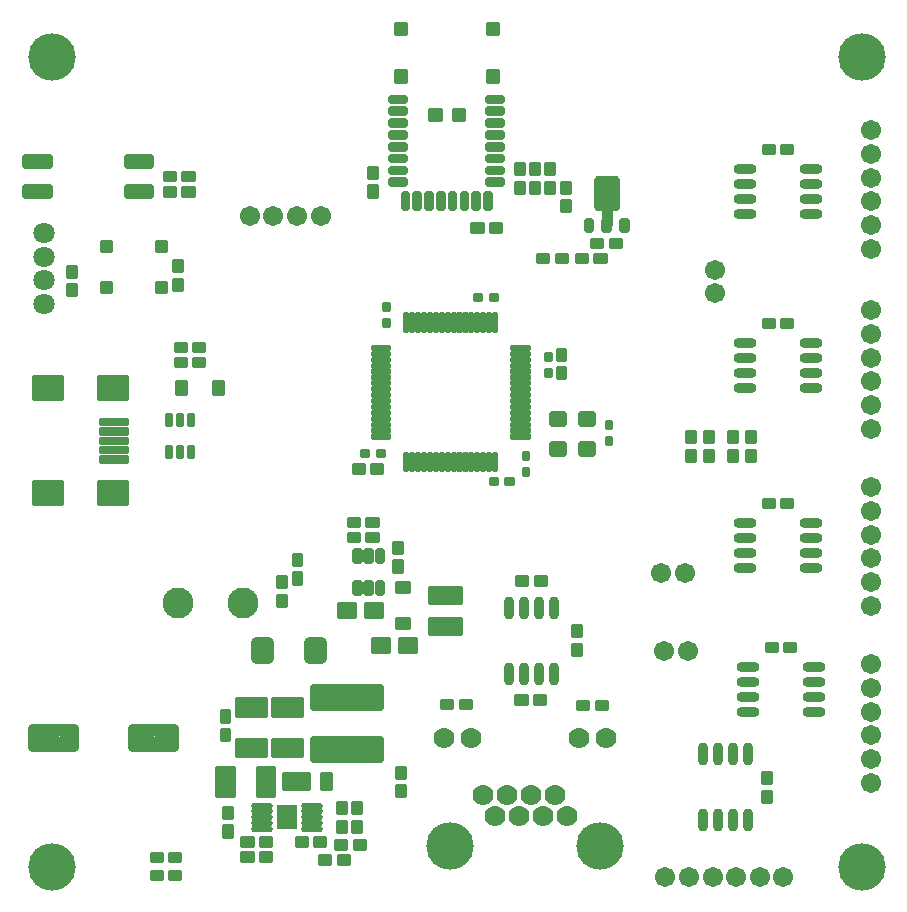
<source format=gts>
*
*
G04 PADS 9.3.1 Build Number: 456998 generated Gerber (RS-274-X) file*
G04 PC Version=2.1*
*
%IN "accumulatron_rev1.pcb"*%
*
%MOIN*%
*
%FSLAX35Y35*%
*
*
*
*
G04 PC Standard Apertures*
*
*
G04 Thermal Relief Aperture macro.*
%AMTER*
1,1,$1,0,0*
1,0,$1-$2,0,0*
21,0,$3,$4,0,0,45*
21,0,$3,$4,0,0,135*
%
*
*
G04 Annular Aperture macro.*
%AMANN*
1,1,$1,0,0*
1,0,$2,0,0*
%
*
*
G04 Odd Aperture macro.*
%AMODD*
1,1,$1,0,0*
1,0,$1-0.005,0,0*
%
*
*
G04 PC Custom Aperture Macros*
*
*
*
*
*
*
G04 PC Aperture Table*
*
%ADD010C,0.001*%
%ADD020C,0.01*%
%ADD031C,0.016*%
%ADD032C,0.012*%
%ADD037C,0.018*%
%ADD039C,0.014*%
%ADD041C,0.028*%
%ADD046C,0.01587*%
%ADD047R,0.06981X0.08202*%
%ADD048C,0.103*%
%ADD049C,0.07099*%
%ADD050C,0.07*%
%ADD051C,0.158*%
%ADD052C,0.06706*%
%ADD053C,0.01981*%
%ADD054C,0.01666*%
%ADD055O,0.07296X0.02178*%
%ADD056C,0.01902*%
%ADD057C,0.03162*%
%ADD058O,0.0769X0.0332*%
%ADD059O,0.0332X0.0769*%
%ADD060C,0.038*%
%ADD061C,0.02257*%
%ADD062C,0.01627*%
*
*
*
*
G04 PC Circuitry*
G04 Layer Name accumulatron_rev1.pcb - circuitry*
%LPD*%
*
*
G04 PC Custom Flashes*
G04 Layer Name accumulatron_rev1.pcb - flashes*
%LPD*%
*
*
G04 PC Circuitry*
G04 Layer Name accumulatron_rev1.pcb - circuitry*
%LPD*%
*
G54D10*
G54D20*
G01X301183Y337498D02*
X298628D01*
Y328800*
X301183*
Y337498*
X299000Y328800D02*
Y337498D01*
X299500Y328800D02*
Y337498D01*
X300000Y328800D02*
Y337498D01*
X300500Y328800D02*
Y337498D01*
X301000Y328800D02*
Y337498D01*
X303743Y344013D02*
X303014Y344742D01*
X296797*
X296069Y344013*
Y334844*
X296797Y334115*
X303014*
X303743Y334844*
Y344013*
X296500Y334412D02*
Y344444D01*
X297000Y334115D02*
Y344742D01*
X297500Y334115D02*
Y344742D01*
X298000Y334115D02*
Y344742D01*
X298500Y334115D02*
Y344742D01*
X299000Y334115D02*
Y344742D01*
X299500Y334115D02*
Y344742D01*
X300000Y334115D02*
Y344742D01*
X300500Y334115D02*
Y344742D01*
X301000Y334115D02*
Y344742D01*
X301500Y334115D02*
Y344742D01*
X302000Y334115D02*
Y344742D01*
X302500Y334115D02*
Y344742D01*
X303000Y334115D02*
Y344742D01*
X303500Y334601D02*
Y344255D01*
G54D31*
X170050Y148000D02*
X175250D01*
Y138800*
X170050*
Y148000*
Y140000D02*
X175250D01*
X170050Y141600D02*
X175250D01*
X170050Y143200D02*
X175250D01*
X170050Y144800D02*
X175250D01*
X170050Y146400D02*
X175250D01*
X170050Y148000D02*
X175250D01*
X170400Y138800D02*
Y148000D01*
X172000Y138800D02*
Y148000D01*
X173600Y138800D02*
Y148000D01*
X175200Y138800D02*
Y148000D01*
X183550D02*
X188750D01*
Y138800*
X183550*
Y148000*
Y140000D02*
X188750D01*
X183550Y141600D02*
X188750D01*
X183550Y143200D02*
X188750D01*
X183550Y144800D02*
X188750D01*
X183550Y146400D02*
X188750D01*
X183550Y148000D02*
X188750D01*
X184800Y138800D02*
Y148000D01*
X186400Y138800D02*
Y148000D01*
X188000Y138800D02*
Y148000D01*
X198000Y170750D02*
Y165550D01*
X188800*
Y170750*
X198000*
X188800Y165600D02*
X198000D01*
X188800Y167200D02*
X198000D01*
X188800Y168800D02*
X198000D01*
X188800Y170400D02*
X198000D01*
X189600Y165550D02*
Y170750D01*
X191200Y165550D02*
Y170750D01*
X192800Y165550D02*
Y170750D01*
X194400Y165550D02*
Y170750D01*
X196000Y165550D02*
Y170750D01*
X197600Y165550D02*
Y170750D01*
X198000Y157250D02*
Y152050D01*
X188800*
Y157250*
X198000*
X188800Y152800D02*
X198000D01*
X188800Y154400D02*
X198000D01*
X188800Y156000D02*
X198000D01*
X189600Y152050D02*
Y157250D01*
X191200Y152050D02*
Y157250D01*
X192800Y152050D02*
Y157250D01*
X194400Y152050D02*
Y157250D01*
X196000Y152050D02*
Y157250D01*
X197600Y152050D02*
Y157250D01*
X186000Y170750D02*
Y165550D01*
X176800*
Y170750*
X186000*
X176800Y165600D02*
X186000D01*
X176800Y167200D02*
X186000D01*
X176800Y168800D02*
X186000D01*
X176800Y170400D02*
X186000D01*
X176800Y165550D02*
Y170750D01*
X178400Y165550D02*
Y170750D01*
X180000Y165550D02*
Y170750D01*
X181600Y165550D02*
Y170750D01*
X183200Y165550D02*
Y170750D01*
X184800Y165550D02*
Y170750D01*
X186000Y157250D02*
Y152050D01*
X176800*
Y157250*
X186000*
X176800Y152800D02*
X186000D01*
X176800Y154400D02*
X186000D01*
X176800Y156000D02*
X186000D01*
X176800Y152050D02*
Y157250D01*
X178400Y152050D02*
Y157250D01*
X180000Y152050D02*
Y157250D01*
X181600Y152050D02*
Y157250D01*
X183200Y152050D02*
Y157250D01*
X184800Y152050D02*
Y157250D01*
X257722Y305500D02*
Y304300D01*
X256022*
Y305500*
X257722*
X256022Y304800D02*
X257722D01*
X256800Y304300D02*
Y305500D01*
X262978D02*
Y304300D01*
X261278*
Y305500*
X262978*
X261278Y304800D02*
X262978D01*
X261600Y304300D02*
Y305500D01*
X223578Y252200D02*
Y253400D01*
X225278*
Y252200*
X223578*
X224800D02*
Y253400D01*
X218322Y252200D02*
Y253400D01*
X220022*
Y252200*
X218322*
X218400D02*
Y253400D01*
X220000Y252200D02*
Y253400D01*
X266478Y243000D02*
Y244200D01*
X268178*
Y243000*
X266478*
Y244000D02*
X268178D01*
X268000Y243000D02*
Y244200D01*
X261222Y243000D02*
Y244200D01*
X262922*
Y243000*
X261222*
Y244000D02*
X262922D01*
X261600Y243000D02*
Y244200D01*
X225800Y297222D02*
X227000D01*
Y295522*
X225800*
Y297222*
Y296800D02*
X227000D01*
X226400Y295522D02*
Y297222D01*
X225800Y302478D02*
X227000D01*
Y300778*
X225800*
Y302478*
Y301600D02*
X227000D01*
X226400Y300778D02*
Y302478D01*
X273400Y251178D02*
X272200D01*
Y252878*
X273400*
Y251178*
X272200Y252000D02*
X273400D01*
X272800Y251178D02*
Y252878D01*
X273400Y245922D02*
X272200D01*
Y247622*
X273400*
Y245922*
X272200Y247200D02*
X273400D01*
X272800Y245922D02*
Y247622D01*
X280900Y284078D02*
X279700D01*
Y285778*
X280900*
Y284078*
X279700Y285600D02*
X280900D01*
X280800Y284078D02*
Y285778D01*
X280900Y278822D02*
X279700D01*
Y280522*
X280900*
Y278822*
X279700Y279200D02*
X280900D01*
X280800Y278822D02*
Y280522D01*
X299900Y257822D02*
X301100D01*
Y256122*
X299900*
Y257822*
Y256800D02*
X301100D01*
X300000Y256122D02*
Y257822D01*
X299900Y263078D02*
X301100D01*
Y261378*
X299900*
Y263078*
Y261600D02*
X301100D01*
X300000Y261378D02*
Y263078D01*
G54D32*
X277300Y345700D02*
X274700D01*
Y349100*
X277300*
Y345700*
X274700Y346000D02*
X277300D01*
X274700Y347200D02*
X277300D01*
X274700Y348400D02*
X277300D01*
X275200Y345700D02*
Y349100D01*
X276400Y345700D02*
Y349100D01*
X277300Y339500D02*
X274700D01*
Y342900*
X277300*
Y339500*
X274700Y340000D02*
X277300D01*
X274700Y341200D02*
X277300D01*
X274700Y342400D02*
X277300D01*
X275200Y339500D02*
Y342900D01*
X276400Y339500D02*
Y342900D01*
X272200Y345700D02*
X269600D01*
Y349100*
X272200*
Y345700*
X269600Y346000D02*
X272200D01*
X269600Y347200D02*
X272200D01*
X269600Y348400D02*
X272200D01*
X270400Y345700D02*
Y349100D01*
X271600Y345700D02*
Y349100D01*
X272200Y339500D02*
X269600D01*
Y342900*
X272200*
Y339500*
X269600Y340000D02*
X272200D01*
X269600Y341200D02*
X272200D01*
X269600Y342400D02*
X272200D01*
X270400Y339500D02*
Y342900D01*
X271600Y339500D02*
Y342900D01*
X258500Y329200D02*
Y326600D01*
X255100*
Y329200*
X258500*
X255100Y326800D02*
X258500D01*
X255100Y328000D02*
X258500D01*
X255100Y329200D02*
X258500D01*
X256000Y326600D02*
Y329200D01*
X257200Y326600D02*
Y329200D01*
X258400Y326600D02*
Y329200D01*
X264700D02*
Y326600D01*
X261300*
Y329200*
X264700*
X261300Y326800D02*
X264700D01*
X261300Y328000D02*
X264700D01*
X261300Y329200D02*
X264700D01*
X262000Y326600D02*
Y329200D01*
X263200Y326600D02*
Y329200D01*
X264400Y326600D02*
Y329200D01*
X223300Y344500D02*
X220700D01*
Y347900*
X223300*
Y344500*
X220700Y344800D02*
X223300D01*
X220700Y346000D02*
X223300D01*
X220700Y347200D02*
X223300D01*
X221200Y344500D02*
Y347900D01*
X222400Y344500D02*
Y347900D01*
X223300Y338300D02*
X220700D01*
Y341700*
X223300*
Y338300*
X220700Y338800D02*
X223300D01*
X220700Y340000D02*
X223300D01*
X220700Y341200D02*
X223300D01*
X221200Y338300D02*
Y341700D01*
X222400Y338300D02*
Y341700D01*
X282400Y345700D02*
X279800D01*
Y349100*
X282400*
Y345700*
X279800Y346000D02*
X282400D01*
X279800Y347200D02*
X282400D01*
X279800Y348400D02*
X282400D01*
X280000Y345700D02*
Y349100D01*
X281200Y345700D02*
Y349100D01*
X282400Y345700D02*
Y349100D01*
Y339500D02*
X279800D01*
Y342900*
X282400*
Y339500*
X279800Y340000D02*
X282400D01*
X279800Y341200D02*
X282400D01*
X279800Y342400D02*
X282400D01*
X280000Y339500D02*
Y342900D01*
X281200Y339500D02*
Y342900D01*
X282400Y339500D02*
Y342900D01*
X221700Y246300D02*
Y248900D01*
X225100*
Y246300*
X221700*
Y246400D02*
X225100D01*
X221700Y247600D02*
X225100D01*
X221700Y248800D02*
X225100D01*
X222400Y246300D02*
Y248900D01*
X223600Y246300D02*
Y248900D01*
X224800Y246300D02*
Y248900D01*
X215500Y246300D02*
Y248900D01*
X218900*
Y246300*
X215500*
Y246400D02*
X218900D01*
X215500Y247600D02*
X218900D01*
X215500Y248800D02*
X218900D01*
X216400Y246300D02*
Y248900D01*
X217600Y246300D02*
Y248900D01*
X218800Y246300D02*
Y248900D01*
X286100Y283900D02*
X283500D01*
Y287300*
X286100*
Y283900*
X283500Y284800D02*
X286100D01*
X283500Y286000D02*
X286100D01*
X283500Y287200D02*
X286100D01*
X283600Y283900D02*
Y287300D01*
X284800Y283900D02*
Y287300D01*
X286000Y283900D02*
Y287300D01*
X286100Y277700D02*
X283500D01*
Y281100*
X286100*
Y277700*
X283500Y278800D02*
X286100D01*
X283500Y280000D02*
X286100D01*
X283600Y277700D02*
Y281100D01*
X284800Y277700D02*
Y281100D01*
X286000Y277700D02*
Y281100D01*
X157800Y119300D02*
Y116700D01*
X154400*
Y119300*
X157800*
X154400Y116800D02*
X157800D01*
X154400Y118000D02*
X157800D01*
X154400Y119200D02*
X157800D01*
X155200Y116700D02*
Y119300D01*
X156400Y116700D02*
Y119300D01*
X157600Y116700D02*
Y119300D01*
X151600D02*
Y116700D01*
X148200*
Y119300*
X151600*
X148200Y116800D02*
X151600D01*
X148200Y118000D02*
X151600D01*
X148200Y119200D02*
X151600D01*
X149200Y116700D02*
Y119300D01*
X150400Y116700D02*
Y119300D01*
X151600Y116700D02*
Y119300D01*
X340700Y259800D02*
X343300D01*
Y256400*
X340700*
Y259800*
Y257200D02*
X343300D01*
X340700Y258400D02*
X343300D01*
X340700Y259600D02*
X343300D01*
X341200Y256400D02*
Y259800D01*
X342400Y256400D02*
Y259800D01*
X340700Y253600D02*
X343300D01*
Y250200*
X340700*
Y253600*
Y251200D02*
X343300D01*
X340700Y252400D02*
X343300D01*
X340700Y253600D02*
X343300D01*
X341200Y250200D02*
Y253600D01*
X342400Y250200D02*
Y253600D01*
X332700Y259800D02*
X335300D01*
Y256400*
X332700*
Y259800*
Y257200D02*
X335300D01*
X332700Y258400D02*
X335300D01*
X332700Y259600D02*
X335300D01*
X332800Y256400D02*
Y259800D01*
X334000Y256400D02*
Y259800D01*
X335200Y256400D02*
Y259800D01*
X332700Y253600D02*
X335300D01*
Y250200*
X332700*
Y253600*
Y251200D02*
X335300D01*
X332700Y252400D02*
X335300D01*
X332700Y253600D02*
X335300D01*
X332800Y250200D02*
Y253600D01*
X334000Y250200D02*
Y253600D01*
X335200Y250200D02*
Y253600D01*
X210600Y115900D02*
Y118500D01*
X214000*
Y115900*
X210600*
Y116800D02*
X214000D01*
X210600Y118000D02*
X214000D01*
X211600Y115900D02*
Y118500D01*
X212800Y115900D02*
Y118500D01*
X214000Y115900D02*
Y118500D01*
X204400Y115900D02*
Y118500D01*
X207800*
Y115900*
X204400*
Y116800D02*
X207800D01*
X204400Y118000D02*
X207800D01*
X204400Y115900D02*
Y118500D01*
X205600Y115900D02*
Y118500D01*
X206800Y115900D02*
Y118500D01*
X202693Y121785D02*
Y124385D01*
X206093*
Y121785*
X202693*
Y122800D02*
X206093D01*
X202693Y124000D02*
X206093D01*
X203200Y121785D02*
Y124385D01*
X204400Y121785D02*
Y124385D01*
X205600Y121785D02*
Y124385D01*
X196493Y121785D02*
Y124385D01*
X199893*
Y121785*
X196493*
Y122800D02*
X199893D01*
X196493Y124000D02*
X199893D01*
X197200Y121785D02*
Y124385D01*
X198400Y121785D02*
Y124385D01*
X199600Y121785D02*
Y124385D01*
X174100Y163300D02*
X171500D01*
Y166700*
X174100*
Y163300*
X171500Y163600D02*
X174100D01*
X171500Y164800D02*
X174100D01*
X171500Y166000D02*
X174100D01*
X172000Y163300D02*
Y166700D01*
X173200Y163300D02*
Y166700D01*
X174100Y157100D02*
X171500D01*
Y160500*
X174100*
Y157100*
X171500Y157600D02*
X174100D01*
X171500Y158800D02*
X174100D01*
X171500Y160000D02*
X174100D01*
X172000Y157100D02*
Y160500D01*
X173200Y157100D02*
Y160500D01*
X181846Y119359D02*
Y116759D01*
X178446*
Y119359*
X181846*
X178446Y116800D02*
X181846D01*
X178446Y118000D02*
X181846D01*
X178446Y119200D02*
X181846D01*
X179200Y116759D02*
Y119359D01*
X180400Y116759D02*
Y119359D01*
X181600Y116759D02*
Y119359D01*
X188046D02*
Y116759D01*
X184646*
Y119359*
X188046*
X184646Y116800D02*
X188046D01*
X184646Y118000D02*
X188046D01*
X184646Y119200D02*
X188046D01*
X185200Y116759D02*
Y119359D01*
X186400Y116759D02*
Y119359D01*
X187600Y116759D02*
Y119359D01*
X181846Y124474D02*
Y121874D01*
X178446*
Y124474*
X181846*
X178446Y122800D02*
X181846D01*
X178446Y124000D02*
X181846D01*
X179200Y121874D02*
Y124474D01*
X180400Y121874D02*
Y124474D01*
X181600Y121874D02*
Y124474D01*
X188046D02*
Y121874D01*
X184646*
Y124474*
X188046*
X184646Y122800D02*
X188046D01*
X184646Y124000D02*
X188046D01*
X185200Y121874D02*
Y124474D01*
X186400Y121874D02*
Y124474D01*
X187600Y121874D02*
Y124474D01*
X213143Y123584D02*
Y120984D01*
X209743*
Y123584*
X213143*
X209743Y121600D02*
X213143D01*
X209743Y122800D02*
X213143D01*
X210400Y120984D02*
Y123584D01*
X211600Y120984D02*
Y123584D01*
X212800Y120984D02*
Y123584D01*
X219343D02*
Y120984D01*
X215943*
Y123584*
X219343*
X215943Y121600D02*
X219343D01*
X215943Y122800D02*
X219343D01*
X216400Y120984D02*
Y123584D01*
X217600Y120984D02*
Y123584D01*
X218800Y120984D02*
Y123584D01*
X210343Y129984D02*
X212943D01*
Y126584*
X210343*
Y129984*
Y127600D02*
X212943D01*
X210343Y128800D02*
X212943D01*
X210400Y126584D02*
Y129984D01*
X211600Y126584D02*
Y129984D01*
X212800Y126584D02*
Y129984D01*
X210343Y136184D02*
X212943D01*
Y132784*
X210343*
Y136184*
Y133600D02*
X212943D01*
X210343Y134800D02*
X212943D01*
X210343Y136000D02*
X212943D01*
X210400Y132784D02*
Y136184D01*
X211600Y132784D02*
Y136184D01*
X212800Y132784D02*
Y136184D01*
X215343Y129984D02*
X217943D01*
Y126584*
X215343*
Y129984*
Y127600D02*
X217943D01*
X215343Y128800D02*
X217943D01*
X216400Y126584D02*
Y129984D01*
X217600Y126584D02*
Y129984D01*
X215343Y136184D02*
X217943D01*
Y132784*
X215343*
Y136184*
Y133600D02*
X217943D01*
X215343Y134800D02*
X217943D01*
X215343Y136000D02*
X217943D01*
X216400Y132784D02*
Y136184D01*
X217600Y132784D02*
Y136184D01*
X175059Y131160D02*
X172459D01*
Y134560*
X175059*
Y131160*
X172459Y131200D02*
X175059D01*
X172459Y132400D02*
X175059D01*
X172459Y133600D02*
X175059D01*
X173200Y131160D02*
Y134560D01*
X174400Y131160D02*
Y134560D01*
X175059Y124960D02*
X172459D01*
Y128360*
X175059*
Y124960*
X172459Y125200D02*
X175059D01*
X172459Y126400D02*
X175059D01*
X172459Y127600D02*
X175059D01*
X173200Y124960D02*
Y128360D01*
X174400Y124960D02*
Y128360D01*
X273400Y211400D02*
Y208800D01*
X270000*
Y211400*
X273400*
X270000Y209200D02*
X273400D01*
X270000Y210400D02*
X273400D01*
X270400Y208800D02*
Y211400D01*
X271600Y208800D02*
Y211400D01*
X272800Y208800D02*
Y211400D01*
X279600D02*
Y208800D01*
X276200*
Y211400*
X279600*
X276200Y209200D02*
X279600D01*
X276200Y210400D02*
X279600D01*
X276400Y208800D02*
Y211400D01*
X277600Y208800D02*
Y211400D01*
X278800Y208800D02*
Y211400D01*
X151600Y113300D02*
Y110700D01*
X148200*
Y113300*
X151600*
X148200Y110800D02*
X151600D01*
X148200Y112000D02*
X151600D01*
X148200Y113200D02*
X151600D01*
X149200Y110700D02*
Y113300D01*
X150400Y110700D02*
Y113300D01*
X151600Y110700D02*
Y113300D01*
X157800D02*
Y110700D01*
X154400*
Y113300*
X157800*
X154400Y110800D02*
X157800D01*
X154400Y112000D02*
X157800D01*
X154400Y113200D02*
X157800D01*
X155200Y110700D02*
Y113300D01*
X156400Y110700D02*
Y113300D01*
X157600Y110700D02*
Y113300D01*
X287600Y339600D02*
X285000D01*
Y343000*
X287600*
Y339600*
X285000Y340000D02*
X287600D01*
X285000Y341200D02*
X287600D01*
X285000Y342400D02*
X287600D01*
X286000Y339600D02*
Y343000D01*
X287200Y339600D02*
Y343000D01*
X287600Y333400D02*
X285000D01*
Y336800*
X287600*
Y333400*
X285000Y334000D02*
X287600D01*
X285000Y335200D02*
X287600D01*
X285000Y336400D02*
X287600D01*
X286000Y333400D02*
Y336800D01*
X287200Y333400D02*
Y336800D01*
X301200Y321400D02*
Y324000D01*
X304600*
Y321400*
X301200*
Y322000D02*
X304600D01*
X301200Y323200D02*
X304600D01*
X301600Y321400D02*
Y324000D01*
X302800Y321400D02*
Y324000D01*
X304000Y321400D02*
Y324000D01*
X295000Y321400D02*
Y324000D01*
X298400*
Y321400*
X295000*
Y322000D02*
X298400D01*
X295000Y323200D02*
X298400D01*
X295600Y321400D02*
Y324000D01*
X296800Y321400D02*
Y324000D01*
X298000Y321400D02*
Y324000D01*
X280400Y319000D02*
Y316400D01*
X277000*
Y319000*
X280400*
X277000Y317200D02*
X280400D01*
X277000Y318400D02*
X280400D01*
X277600Y316400D02*
Y319000D01*
X278800Y316400D02*
Y319000D01*
X280000Y316400D02*
Y319000D01*
X286600D02*
Y316400D01*
X283200*
Y319000*
X286600*
X283200Y317200D02*
X286600D01*
X283200Y318400D02*
X286600D01*
X283600Y316400D02*
Y319000D01*
X284800Y316400D02*
Y319000D01*
X286000Y316400D02*
Y319000D01*
X293300D02*
Y316400D01*
X289900*
Y319000*
X293300*
X289900Y317200D02*
X293300D01*
X289900Y318400D02*
X293300D01*
X290800Y316400D02*
Y319000D01*
X292000Y316400D02*
Y319000D01*
X293200Y316400D02*
Y319000D01*
X299500D02*
Y316400D01*
X296100*
Y319000*
X299500*
X296100Y317200D02*
X299500D01*
X296100Y318400D02*
X299500D01*
X296800Y316400D02*
Y319000D01*
X298000Y316400D02*
Y319000D01*
X299200Y316400D02*
Y319000D01*
X158400Y313400D02*
X155800D01*
Y316800*
X158400*
Y313400*
X155800Y313600D02*
X158400D01*
X155800Y314800D02*
X158400D01*
X155800Y316000D02*
X158400D01*
X156400Y313400D02*
Y316800D01*
X157600Y313400D02*
Y316800D01*
X158400Y307200D02*
X155800D01*
Y310600*
X158400*
Y307200*
X155800Y307600D02*
X158400D01*
X155800Y308800D02*
X158400D01*
X155800Y310000D02*
X158400D01*
X156400Y307200D02*
Y310600D01*
X157600Y307200D02*
Y310600D01*
X123000Y311600D02*
X120400D01*
Y315000*
X123000*
Y311600*
X120400Y312400D02*
X123000D01*
X120400Y313600D02*
X123000D01*
X120400Y314800D02*
X123000D01*
X120400Y311600D02*
Y315000D01*
X121600Y311600D02*
Y315000D01*
X122800Y311600D02*
Y315000D01*
X123000Y305400D02*
X120400D01*
Y308800*
X123000*
Y305400*
X120400Y306400D02*
X123000D01*
X120400Y307600D02*
X123000D01*
X120400Y308800D02*
X123000D01*
X120400Y305400D02*
Y308800D01*
X121600Y305400D02*
Y308800D01*
X122800Y305400D02*
Y308800D01*
X159600Y284300D02*
Y281700D01*
X156200*
Y284300*
X159600*
X156200Y282400D02*
X159600D01*
X156200Y283600D02*
X159600D01*
X156400Y281700D02*
Y284300D01*
X157600Y281700D02*
Y284300D01*
X158800Y281700D02*
Y284300D01*
X165800D02*
Y281700D01*
X162400*
Y284300*
X165800*
X162400Y282400D02*
X165800D01*
X162400Y283600D02*
X165800D01*
X162400Y281700D02*
Y284300D01*
X163600Y281700D02*
Y284300D01*
X164800Y281700D02*
Y284300D01*
X162400Y286700D02*
Y289300D01*
X165800*
Y286700*
X162400*
Y287200D02*
X165800D01*
X162400Y288400D02*
X165800D01*
X162400Y286700D02*
Y289300D01*
X163600Y286700D02*
Y289300D01*
X164800Y286700D02*
Y289300D01*
X156200Y286700D02*
Y289300D01*
X159600*
Y286700*
X156200*
Y287200D02*
X159600D01*
X156200Y288400D02*
X159600D01*
X156400Y286700D02*
Y289300D01*
X157600Y286700D02*
Y289300D01*
X158800Y286700D02*
Y289300D01*
X190400Y205300D02*
X193000D01*
Y201900*
X190400*
Y205300*
Y202000D02*
X193000D01*
X190400Y203200D02*
X193000D01*
X190400Y204400D02*
X193000D01*
X191200Y201900D02*
Y205300D01*
X192400Y201900D02*
Y205300D01*
X190400Y211500D02*
X193000D01*
Y208100*
X190400*
Y211500*
Y209200D02*
X193000D01*
X190400Y210400D02*
X193000D01*
X191200Y208100D02*
Y211500D01*
X192400Y208100D02*
Y211500D01*
X195500Y212700D02*
X198100D01*
Y209300*
X195500*
Y212700*
Y210400D02*
X198100D01*
X195500Y211600D02*
X198100D01*
X196000Y209300D02*
Y212700D01*
X197200Y209300D02*
Y212700D01*
X195500Y218900D02*
X198100D01*
Y215500*
X195500*
Y218900*
Y216400D02*
X198100D01*
X195500Y217600D02*
X198100D01*
X195500Y218800D02*
X198100D01*
X196000Y215500D02*
Y218900D01*
X197200Y215500D02*
Y218900D01*
X346700Y253600D02*
X349300D01*
Y250200*
X346700*
Y253600*
Y251200D02*
X349300D01*
X346700Y252400D02*
X349300D01*
X346700Y253600D02*
X349300D01*
X347200Y250200D02*
Y253600D01*
X348400Y250200D02*
Y253600D01*
X346700Y259800D02*
X349300D01*
Y256400*
X346700*
Y259800*
Y257200D02*
X349300D01*
X346700Y258400D02*
X349300D01*
X346700Y259600D02*
X349300D01*
X347200Y256400D02*
Y259800D01*
X348400Y256400D02*
Y259800D01*
X326700Y253600D02*
X329300D01*
Y250200*
X326700*
Y253600*
Y251200D02*
X329300D01*
X326700Y252400D02*
X329300D01*
X326700Y253600D02*
X329300D01*
X326800Y250200D02*
Y253600D01*
X328000Y250200D02*
Y253600D01*
X329200Y250200D02*
Y253600D01*
X326700Y259800D02*
X329300D01*
Y256400*
X326700*
Y259800*
Y257200D02*
X329300D01*
X326700Y258400D02*
X329300D01*
X326700Y259600D02*
X329300D01*
X326800Y256400D02*
Y259800D01*
X328000Y256400D02*
Y259800D01*
X329200Y256400D02*
Y259800D01*
X276000Y169200D02*
Y171800D01*
X279400*
Y169200*
X276000*
Y169600D02*
X279400D01*
X276000Y170800D02*
X279400D01*
X276400Y169200D02*
Y171800D01*
X277600Y169200D02*
Y171800D01*
X278800Y169200D02*
Y171800D01*
X269800Y169200D02*
Y171800D01*
X273200*
Y169200*
X269800*
Y169600D02*
X273200D01*
X269800Y170800D02*
X273200D01*
X270400Y169200D02*
Y171800D01*
X271600Y169200D02*
Y171800D01*
X272800Y169200D02*
Y171800D01*
X232700Y144600D02*
X230100D01*
Y148000*
X232700*
Y144600*
X230100Y145600D02*
X232700D01*
X230100Y146800D02*
X232700D01*
X230100Y148000D02*
X232700D01*
X230800Y144600D02*
Y148000D01*
X232000Y144600D02*
Y148000D01*
X232700Y138400D02*
X230100D01*
Y141800*
X232700*
Y138400*
X230100D02*
X232700D01*
X230100Y139600D02*
X232700D01*
X230100Y140800D02*
X232700D01*
X230800Y138400D02*
Y141800D01*
X232000Y138400D02*
Y141800D01*
X248400Y170300D02*
Y167700D01*
X245000*
Y170300*
X248400*
X245000Y168400D02*
X248400D01*
X245000Y169600D02*
X248400D01*
X245200Y167700D02*
Y170300D01*
X246400Y167700D02*
Y170300D01*
X247600Y167700D02*
Y170300D01*
X254600D02*
Y167700D01*
X251200*
Y170300*
X254600*
X251200Y168400D02*
X254600D01*
X251200Y169600D02*
X254600D01*
X251200Y167700D02*
Y170300D01*
X252400Y167700D02*
Y170300D01*
X253600Y167700D02*
Y170300D01*
X293700Y170000D02*
Y167400D01*
X290300*
Y170000*
X293700*
X290300Y168400D02*
X293700D01*
X290300Y169600D02*
X293700D01*
X290800Y167400D02*
Y170000D01*
X292000Y167400D02*
Y170000D01*
X293200Y167400D02*
Y170000D01*
X299900D02*
Y167400D01*
X296500*
Y170000*
X299900*
X296500Y168400D02*
X299900D01*
X296500Y169600D02*
X299900D01*
X296800Y167400D02*
Y170000D01*
X298000Y167400D02*
Y170000D01*
X299200Y167400D02*
Y170000D01*
X158800Y338600D02*
Y341200D01*
X162200*
Y338600*
X158800*
Y338800D02*
X162200D01*
X158800Y340000D02*
X162200D01*
X158800Y341200D02*
X162200D01*
X158800Y338600D02*
Y341200D01*
X160000Y338600D02*
Y341200D01*
X161200Y338600D02*
Y341200D01*
X152600Y338600D02*
Y341200D01*
X156000*
Y338600*
X152600*
Y338800D02*
X156000D01*
X152600Y340000D02*
X156000D01*
X152600Y341200D02*
X156000D01*
X152800Y338600D02*
Y341200D01*
X154000Y338600D02*
Y341200D01*
X155200Y338600D02*
Y341200D01*
X158800Y343700D02*
Y346300D01*
X162200*
Y343700*
X158800*
Y344800D02*
X162200D01*
X158800Y346000D02*
X162200D01*
X158800Y343700D02*
Y346300D01*
X160000Y343700D02*
Y346300D01*
X161200Y343700D02*
Y346300D01*
X152600Y343700D02*
Y346300D01*
X156000*
Y343700*
X152600*
Y344800D02*
X156000D01*
X152600Y346000D02*
X156000D01*
X152800Y343700D02*
Y346300D01*
X154000Y343700D02*
Y346300D01*
X155200Y343700D02*
Y346300D01*
X355600Y355300D02*
Y352700D01*
X352200*
Y355300*
X355600*
X352200Y353200D02*
X355600D01*
X352200Y354400D02*
X355600D01*
X353200Y352700D02*
Y355300D01*
X354400Y352700D02*
Y355300D01*
X355600Y352700D02*
Y355300D01*
X361800D02*
Y352700D01*
X358400*
Y355300*
X361800*
X358400Y353200D02*
X361800D01*
X358400Y354400D02*
X361800D01*
X359200Y352700D02*
Y355300D01*
X360400Y352700D02*
Y355300D01*
X361600Y352700D02*
Y355300D01*
X355600Y297300D02*
Y294700D01*
X352200*
Y297300*
X355600*
X352200Y295600D02*
X355600D01*
X352200Y296800D02*
X355600D01*
X353200Y294700D02*
Y297300D01*
X354400Y294700D02*
Y297300D01*
X355600Y294700D02*
Y297300D01*
X361800D02*
Y294700D01*
X358400*
Y297300*
X361800*
X358400Y295600D02*
X361800D01*
X358400Y296800D02*
X361800D01*
X359200Y294700D02*
Y297300D01*
X360400Y294700D02*
Y297300D01*
X361600Y294700D02*
Y297300D01*
X355600Y237300D02*
Y234700D01*
X352200*
Y237300*
X355600*
X352200Y235600D02*
X355600D01*
X352200Y236800D02*
X355600D01*
X353200Y234700D02*
Y237300D01*
X354400Y234700D02*
Y237300D01*
X355600Y234700D02*
Y237300D01*
X361800D02*
Y234700D01*
X358400*
Y237300*
X361800*
X358400Y235600D02*
X361800D01*
X358400Y236800D02*
X361800D01*
X359200Y234700D02*
Y237300D01*
X360400Y234700D02*
Y237300D01*
X361600Y234700D02*
Y237300D01*
X356600Y189300D02*
Y186700D01*
X353200*
Y189300*
X356600*
X353200Y187600D02*
X356600D01*
X353200Y188800D02*
X356600D01*
X353200Y186700D02*
Y189300D01*
X354400Y186700D02*
Y189300D01*
X355600Y186700D02*
Y189300D01*
X362800D02*
Y186700D01*
X359400*
Y189300*
X362800*
X359400Y187600D02*
X362800D01*
X359400Y188800D02*
X362800D01*
X360400Y186700D02*
Y189300D01*
X361600Y186700D02*
Y189300D01*
X362800Y186700D02*
Y189300D01*
X354700Y142800D02*
X352100D01*
Y146200*
X354700*
Y142800*
X352100Y143200D02*
X354700D01*
X352100Y144400D02*
X354700D01*
X352100Y145600D02*
X354700D01*
X353200Y142800D02*
Y146200D01*
X354400Y142800D02*
Y146200D01*
X354700Y136600D02*
X352100D01*
Y140000*
X354700*
Y136600*
X352100Y137200D02*
X354700D01*
X352100Y138400D02*
X354700D01*
X352100Y139600D02*
X354700D01*
X353200Y136600D02*
Y140000D01*
X354400Y136600D02*
Y140000D01*
X291400Y191700D02*
X288800D01*
Y195100*
X291400*
Y191700*
X288800Y192400D02*
X291400D01*
X288800Y193600D02*
X291400D01*
X288800Y194800D02*
X291400D01*
X289600Y191700D02*
Y195100D01*
X290800Y191700D02*
Y195100D01*
X291400Y185500D02*
X288800D01*
Y188900*
X291400*
Y185500*
X288800Y186400D02*
X291400D01*
X288800Y187600D02*
X291400D01*
X288800Y188800D02*
X291400D01*
X289600Y185500D02*
Y188900D01*
X290800Y185500D02*
Y188900D01*
X231600Y219500D02*
X229000D01*
Y222900*
X231600*
Y219500*
X229000Y220000D02*
X231600D01*
X229000Y221200D02*
X231600D01*
X229000Y222400D02*
X231600D01*
X229600Y219500D02*
Y222900D01*
X230800Y219500D02*
Y222900D01*
X231600Y213300D02*
X229000D01*
Y216700*
X231600*
Y213300*
X229000Y214000D02*
X231600D01*
X229000Y215200D02*
X231600D01*
X229000Y216400D02*
X231600D01*
X229600Y213300D02*
Y216700D01*
X230800Y213300D02*
Y216700D01*
X220100Y228400D02*
Y231000D01*
X223500*
Y228400*
X220100*
X223500*
X220100Y229600D02*
X223500D01*
X220100Y230800D02*
X223500D01*
X221200Y228400D02*
Y231000D01*
X222400Y228400D02*
Y231000D01*
X213900Y228400D02*
Y231000D01*
X217300*
Y228400*
X213900*
X217300*
X213900Y229600D02*
X217300D01*
X213900Y230800D02*
X217300D01*
X214000Y228400D02*
Y231000D01*
X215200Y228400D02*
Y231000D01*
X216400Y228400D02*
Y231000D01*
X217300Y226000D02*
Y223400D01*
X213900*
Y226000*
X217300*
X213900Y223600D02*
X217300D01*
X213900Y224800D02*
X217300D01*
X213900Y226000D02*
X217300D01*
X214000Y223400D02*
Y226000D01*
X215200Y223400D02*
Y226000D01*
X216400Y223400D02*
Y226000D01*
X223500D02*
Y223400D01*
X220100*
Y226000*
X223500*
X220100Y223600D02*
X223500D01*
X220100Y224800D02*
X223500D01*
X220100Y226000D02*
X223500D01*
X221200Y223400D02*
Y226000D01*
X222400Y223400D02*
Y226000D01*
G54D37*
X168900Y276500D02*
X171500D01*
Y272700*
X168900*
Y276500*
Y272800D02*
X171500D01*
X168900Y274600D02*
X171500D01*
X168900Y276400D02*
X171500D01*
X170200Y272700D02*
Y276500D01*
X156800D02*
X159400D01*
Y272700*
X156800*
Y276500*
Y272800D02*
X159400D01*
X156800Y274600D02*
X159400D01*
X156800Y276400D02*
X159400D01*
X157600Y272700D02*
Y276500D01*
X159400Y272700D02*
Y276500D01*
X229900Y207000D02*
Y209600D01*
X233700*
Y207000*
X229900*
Y208000D02*
X233700D01*
X231400Y207000D02*
Y209600D01*
X233200Y207000D02*
Y209600D01*
X229900Y194900D02*
Y197500D01*
X233700*
Y194900*
X229900*
Y195400D02*
X233700D01*
X229900Y197200D02*
X233700D01*
X231400Y194900D02*
Y197500D01*
X233200Y194900D02*
Y197500D01*
G54D39*
X216000Y202500D02*
Y198100D01*
X210600*
Y202500*
X216000*
X210600Y199400D02*
X216000D01*
X210600Y200800D02*
X216000D01*
X210600Y202200D02*
X216000D01*
X210600Y198100D02*
Y202500D01*
X212000Y198100D02*
Y202500D01*
X213400Y198100D02*
Y202500D01*
X214800Y198100D02*
Y202500D01*
X225000D02*
Y198100D01*
X219600*
Y202500*
X225000*
X219600Y199400D02*
X225000D01*
X219600Y200800D02*
X225000D01*
X219600Y202200D02*
X225000D01*
X220400Y198100D02*
Y202500D01*
X221800Y198100D02*
Y202500D01*
X223200Y198100D02*
Y202500D01*
X224600Y198100D02*
Y202500D01*
X230900Y186500D02*
Y190900D01*
X236300*
Y186500*
X230900*
Y186800D02*
X236300D01*
X230900Y188200D02*
X236300D01*
X230900Y189600D02*
X236300D01*
X231600Y186500D02*
Y190900D01*
X233000Y186500D02*
Y190900D01*
X234400Y186500D02*
Y190900D01*
X235800Y186500D02*
Y190900D01*
X221900Y186500D02*
Y190900D01*
X227300*
Y186500*
X221900*
Y186800D02*
X227300D01*
X221900Y188200D02*
X227300D01*
X221900Y189600D02*
X227300D01*
X223200Y186500D02*
Y190900D01*
X224600Y186500D02*
Y190900D01*
X226000Y186500D02*
Y190900D01*
G54D41*
X147750Y341200D02*
Y338800D01*
X140150*
Y341200*
X147750*
X140150Y340800D02*
X147750D01*
X142000Y338800D02*
Y341200D01*
X144800Y338800D02*
Y341200D01*
X147600Y338800D02*
Y341200D01*
X147750Y351200D02*
Y348800D01*
X140150*
Y351200*
X147750*
X140150Y349200D02*
X147750D01*
X142000Y348800D02*
Y351200D01*
X144800Y348800D02*
Y351200D01*
X147600Y348800D02*
Y351200D01*
X113850D02*
Y348800D01*
X106250*
Y351200*
X113850*
X106250Y349200D02*
X113850D01*
X108400Y348800D02*
Y351200D01*
X111200Y348800D02*
Y351200D01*
X113850Y341200D02*
Y338800D01*
X106250*
Y341200*
X113850*
X106250Y340800D02*
X113850D01*
X108400Y338800D02*
Y341200D01*
X111200Y338800D02*
Y341200D01*
G54D46*
X131466Y262809D02*
Y263990D01*
X139734*
Y262809*
X131466*
Y263502D02*
X139734D01*
X131748Y262809D02*
Y263990D01*
X133335Y262809D02*
Y263990D01*
X134923Y262809D02*
Y263990D01*
X136510Y262809D02*
Y263990D01*
X138098Y262809D02*
Y263990D01*
X139685Y262809D02*
Y263990D01*
X131466Y259659D02*
Y260840D01*
X139734*
Y259659*
X131466*
Y260328D02*
X139734D01*
X131748Y259659D02*
Y260840D01*
X133335Y259659D02*
Y260840D01*
X134923Y259659D02*
Y260840D01*
X136510Y259659D02*
Y260840D01*
X138098Y259659D02*
Y260840D01*
X139685Y259659D02*
Y260840D01*
X131466Y256509D02*
Y257691D01*
X139734*
Y256509*
X131466*
Y257153D02*
X139734D01*
X131748Y256509D02*
Y257691D01*
X133335Y256509D02*
Y257691D01*
X134923Y256509D02*
Y257691D01*
X136510Y256509D02*
Y257691D01*
X138098Y256509D02*
Y257691D01*
X139685Y256509D02*
Y257691D01*
X131466Y253360D02*
Y254541D01*
X139734*
Y253360*
X131466*
Y253978D02*
X139734D01*
X131748Y253360D02*
Y254541D01*
X133335Y253360D02*
Y254541D01*
X134923Y253360D02*
Y254541D01*
X136510Y253360D02*
Y254541D01*
X138098Y253360D02*
Y254541D01*
X139685Y253360D02*
Y254541D01*
X131466Y250210D02*
Y251391D01*
X139734*
Y250210*
X131466*
Y250803D02*
X139734D01*
X131748Y250210D02*
Y251391D01*
X133335Y250210D02*
Y251391D01*
X134923Y250210D02*
Y251391D01*
X136510Y250210D02*
Y251391D01*
X138098Y250210D02*
Y251391D01*
X139685Y250210D02*
Y251391D01*
X130679Y271076D02*
Y278163D01*
X139734*
Y271076*
X130679*
Y271439D02*
X139734D01*
X130679Y273027D02*
X139734D01*
X130679Y274614D02*
X139734D01*
X130679Y276202D02*
X139734D01*
X130679Y277789D02*
X139734D01*
X131748Y271076D02*
Y278163D01*
X133335Y271076D02*
Y278163D01*
X134923Y271076D02*
Y278163D01*
X136510Y271076D02*
Y278163D01*
X138098Y271076D02*
Y278163D01*
X139685Y271076D02*
Y278163D01*
X130679Y236037D02*
Y243124D01*
X139734*
Y236037*
X130679*
Y236517D02*
X139734D01*
X130679Y238104D02*
X139734D01*
X130679Y239691D02*
X139734D01*
X130679Y241279D02*
X139734D01*
X130679Y242866D02*
X139734D01*
X131748Y236037D02*
Y243124D01*
X133335Y236037D02*
Y243124D01*
X134923Y236037D02*
Y243124D01*
X136510Y236037D02*
Y243124D01*
X138098Y236037D02*
Y243124D01*
X139685Y236037D02*
Y243124D01*
X109025Y236037D02*
Y243124D01*
X118080*
Y236037*
X109025*
Y236517D02*
X118080D01*
X109025Y238104D02*
X118080D01*
X109025Y239691D02*
X118080D01*
X109025Y241279D02*
X118080D01*
X109025Y242866D02*
X118080D01*
X109524Y236037D02*
Y243124D01*
X111112Y236037D02*
Y243124D01*
X112699Y236037D02*
Y243124D01*
X114287Y236037D02*
Y243124D01*
X115874Y236037D02*
Y243124D01*
X117461Y236037D02*
Y243124D01*
X109025Y271076D02*
Y278163D01*
X118080*
Y271076*
X109025*
Y271439D02*
X118080D01*
X109025Y273027D02*
X118080D01*
X109025Y274614D02*
X118080D01*
X109025Y276202D02*
X118080D01*
X109025Y277789D02*
X118080D01*
X109524Y271076D02*
Y278163D01*
X111112Y271076D02*
Y278163D01*
X112699Y271076D02*
Y278163D01*
X114287Y271076D02*
Y278163D01*
X115874Y271076D02*
Y278163D01*
X117461Y271076D02*
Y278163D01*
X205022Y145762D02*
X207778D01*
Y141038*
X205022*
Y145762*
Y141272D02*
X207778D01*
X205022Y142860D02*
X207778D01*
X205022Y144447D02*
X207778D01*
X206356Y141038D02*
Y145762D01*
X192424Y141038D02*
Y145762D01*
X200298*
Y141038*
X192424*
Y141272D02*
X200298D01*
X192424Y142860D02*
X200298D01*
X192424Y144447D02*
X200298D01*
X193657Y141038D02*
Y145762D01*
X195244Y141038D02*
Y145762D01*
X196831Y141038D02*
Y145762D01*
X198419Y141038D02*
Y145762D01*
X200006Y141038D02*
Y145762D01*
X229569Y376999D02*
Y380149D01*
X232719*
Y376999*
X229569*
Y377795D02*
X232719D01*
X229569Y379383D02*
X232719D01*
X230167Y376999D02*
Y380149D01*
X231754Y376999D02*
Y380149D01*
X260281Y376999D02*
Y380149D01*
X263431*
Y376999*
X260281*
Y377795D02*
X263431D01*
X260281Y379383D02*
X263431D01*
X260328Y376999D02*
Y380149D01*
X261915Y376999D02*
Y380149D01*
X229569Y392747D02*
Y395897D01*
X232719*
Y392747*
X229569*
Y393669D02*
X232719D01*
X229569Y395257D02*
X232719D01*
X230167Y392747D02*
Y395897D01*
X231754Y392747D02*
Y395897D01*
X260281Y392747D02*
Y395897D01*
X263431*
Y392747*
X260281*
Y393669D02*
X263431D01*
X260281Y395257D02*
X263431D01*
X260328Y392747D02*
Y395897D01*
X261915Y392747D02*
Y395897D01*
X241026Y364204D02*
Y367354D01*
X244175*
Y364204*
X241026*
Y365096D02*
X244175D01*
X241026Y366683D02*
X244175D01*
X241279Y364204D02*
Y367354D01*
X242866Y364204D02*
Y367354D01*
X248825Y364204D02*
Y367354D01*
X251974*
Y364204*
X248825*
Y365096D02*
X251974D01*
X248825Y366683D02*
X251974D01*
X249216Y364204D02*
Y367354D01*
X250803Y364204D02*
Y367354D01*
X273487Y258733D02*
Y258339D01*
X268369*
Y258733*
X273487*
X269852Y258339D02*
Y258733D01*
X271439Y258339D02*
Y258733D01*
X273027Y258339D02*
Y258733D01*
X273487Y260702D02*
Y260308D01*
X268369*
Y260702*
X273487*
X268369Y260328D02*
X273487D01*
X269852Y260308D02*
Y260702D01*
X271439Y260308D02*
Y260702D01*
X273027Y260308D02*
Y260702D01*
X273487Y262670D02*
Y262276D01*
X268369*
Y262670*
X273487*
X269852Y262276D02*
Y262670D01*
X271439Y262276D02*
Y262670D01*
X273027Y262276D02*
Y262670D01*
X273487Y264639D02*
Y264245D01*
X268369*
Y264639*
X273487*
X269852Y264245D02*
Y264639D01*
X271439Y264245D02*
Y264639D01*
X273027Y264245D02*
Y264639D01*
X273487Y266607D02*
Y266213D01*
X268369*
Y266607*
X273487*
X269852Y266213D02*
Y266607D01*
X271439Y266213D02*
Y266607D01*
X273027Y266213D02*
Y266607D01*
X273487Y268576D02*
Y268182D01*
X268369*
Y268576*
X273487*
X268369Y268265D02*
X273487D01*
X269852Y268182D02*
Y268576D01*
X271439Y268182D02*
Y268576D01*
X273027Y268182D02*
Y268576D01*
X273487Y270544D02*
Y270150D01*
X268369*
Y270544*
X273487*
X269852Y270150D02*
Y270544D01*
X271439Y270150D02*
Y270544D01*
X273027Y270150D02*
Y270544D01*
X273487Y272513D02*
Y272119D01*
X268369*
Y272513*
X273487*
X269852Y272119D02*
Y272513D01*
X271439Y272119D02*
Y272513D01*
X273027Y272119D02*
Y272513D01*
X273487Y274481D02*
Y274087D01*
X268369*
Y274481*
X273487*
X269852Y274087D02*
Y274481D01*
X271439Y274087D02*
Y274481D01*
X273027Y274087D02*
Y274481D01*
X273487Y276450D02*
Y276056D01*
X268369*
Y276450*
X273487*
X268369Y276202D02*
X273487D01*
X269852Y276056D02*
Y276450D01*
X271439Y276056D02*
Y276450D01*
X273027Y276056D02*
Y276450D01*
X273487Y278418D02*
Y278024D01*
X268369*
Y278418*
X273487*
X269852Y278024D02*
Y278418D01*
X271439Y278024D02*
Y278418D01*
X273027Y278024D02*
Y278418D01*
X273487Y280387D02*
Y279993D01*
X268369*
Y280387*
X273487*
X269852Y279993D02*
Y280387D01*
X271439Y279993D02*
Y280387D01*
X273027Y279993D02*
Y280387D01*
X273487Y282355D02*
Y281961D01*
X268369*
Y282355*
X273487*
X269852Y281961D02*
Y282355D01*
X271439Y281961D02*
Y282355D01*
X273027Y281961D02*
Y282355D01*
X273487Y284324D02*
Y283930D01*
X268369*
Y284324*
X273487*
X268369Y284139D02*
X273487D01*
X269852Y283930D02*
Y284324D01*
X271439Y283930D02*
Y284324D01*
X273027Y283930D02*
Y284324D01*
X273487Y286292D02*
Y285898D01*
X268369*
Y286292*
X273487*
X269852Y285898D02*
Y286292D01*
X271439Y285898D02*
Y286292D01*
X273027Y285898D02*
Y286292D01*
X273487Y288261D02*
Y287867D01*
X268369*
Y288261*
X273487*
X269852Y287867D02*
Y288261D01*
X271439Y287867D02*
Y288261D01*
X273027Y287867D02*
Y288261D01*
X262267Y299087D02*
X262661D01*
Y293969*
X262267*
Y299087*
Y295250D02*
X262661D01*
X262267Y296838D02*
X262661D01*
X262267Y298425D02*
X262661D01*
X260298Y299087D02*
X260692D01*
Y293969*
X260298*
Y299087*
Y295250D02*
X260692D01*
X260298Y296838D02*
X260692D01*
X260298Y298425D02*
X260692D01*
X260328Y293969D02*
Y299087D01*
X258330D02*
X258724D01*
Y293969*
X258330*
Y299087*
Y295250D02*
X258724D01*
X258330Y296838D02*
X258724D01*
X258330Y298425D02*
X258724D01*
X256361Y299087D02*
X256755D01*
Y293969*
X256361*
Y299087*
Y295250D02*
X256755D01*
X256361Y296838D02*
X256755D01*
X256361Y298425D02*
X256755D01*
X254393Y299087D02*
X254787D01*
Y293969*
X254393*
Y299087*
Y295250D02*
X254787D01*
X254393Y296838D02*
X254787D01*
X254393Y298425D02*
X254787D01*
X252424Y299087D02*
X252818D01*
Y293969*
X252424*
Y299087*
Y295250D02*
X252818D01*
X252424Y296838D02*
X252818D01*
X252424Y298425D02*
X252818D01*
X250456Y299087D02*
X250850D01*
Y293969*
X250456*
Y299087*
Y295250D02*
X250850D01*
X250456Y296838D02*
X250850D01*
X250456Y298425D02*
X250850D01*
X250803Y293969D02*
Y299087D01*
X248487D02*
X248881D01*
Y293969*
X248487*
Y299087*
Y295250D02*
X248881D01*
X248487Y296838D02*
X248881D01*
X248487Y298425D02*
X248881D01*
X246519Y299087D02*
X246913D01*
Y293969*
X246519*
Y299087*
Y295250D02*
X246913D01*
X246519Y296838D02*
X246913D01*
X246519Y298425D02*
X246913D01*
X244550Y299087D02*
X244944D01*
Y293969*
X244550*
Y299087*
Y295250D02*
X244944D01*
X244550Y296838D02*
X244944D01*
X244550Y298425D02*
X244944D01*
X242582Y299087D02*
X242976D01*
Y293969*
X242582*
Y299087*
Y295250D02*
X242976D01*
X242582Y296838D02*
X242976D01*
X242582Y298425D02*
X242976D01*
X242866Y293969D02*
Y299087D01*
X240613D02*
X241007D01*
Y293969*
X240613*
Y299087*
Y295250D02*
X241007D01*
X240613Y296838D02*
X241007D01*
X240613Y298425D02*
X241007D01*
X238645Y299087D02*
X239039D01*
Y293969*
X238645*
Y299087*
Y295250D02*
X239039D01*
X238645Y296838D02*
X239039D01*
X238645Y298425D02*
X239039D01*
X236676Y299087D02*
X237070D01*
Y293969*
X236676*
Y299087*
Y295250D02*
X237070D01*
X236676Y296838D02*
X237070D01*
X236676Y298425D02*
X237070D01*
X234708Y299087D02*
X235102D01*
Y293969*
X234708*
Y299087*
Y295250D02*
X235102D01*
X234708Y296838D02*
X235102D01*
X234708Y298425D02*
X235102D01*
X234929Y293969D02*
Y299087D01*
X232739D02*
X233133D01*
Y293969*
X232739*
Y299087*
Y295250D02*
X233133D01*
X232739Y296838D02*
X233133D01*
X232739Y298425D02*
X233133D01*
X227031Y288261D02*
Y287867D01*
X221913*
Y288261*
X227031*
X222230Y287867D02*
Y288261D01*
X223817Y287867D02*
Y288261D01*
X225405Y287867D02*
Y288261D01*
X226992Y287867D02*
Y288261D01*
X227031Y286292D02*
Y285898D01*
X221913*
Y286292*
X227031*
X222230Y285898D02*
Y286292D01*
X223817Y285898D02*
Y286292D01*
X225405Y285898D02*
Y286292D01*
X226992Y285898D02*
Y286292D01*
X227031Y284324D02*
Y283930D01*
X221913*
Y284324*
X227031*
X221913Y284139D02*
X227031D01*
X222230Y283930D02*
Y284324D01*
X223817Y283930D02*
Y284324D01*
X225405Y283930D02*
Y284324D01*
X226992Y283930D02*
Y284324D01*
X227031Y282355D02*
Y281961D01*
X221913*
Y282355*
X227031*
X222230Y281961D02*
Y282355D01*
X223817Y281961D02*
Y282355D01*
X225405Y281961D02*
Y282355D01*
X226992Y281961D02*
Y282355D01*
X227031Y280387D02*
Y279993D01*
X221913*
Y280387*
X227031*
X222230Y279993D02*
Y280387D01*
X223817Y279993D02*
Y280387D01*
X225405Y279993D02*
Y280387D01*
X226992Y279993D02*
Y280387D01*
X227031Y278418D02*
Y278024D01*
X221913*
Y278418*
X227031*
X222230Y278024D02*
Y278418D01*
X223817Y278024D02*
Y278418D01*
X225405Y278024D02*
Y278418D01*
X226992Y278024D02*
Y278418D01*
X227031Y276450D02*
Y276056D01*
X221913*
Y276450*
X227031*
X221913Y276202D02*
X227031D01*
X222230Y276056D02*
Y276450D01*
X223817Y276056D02*
Y276450D01*
X225405Y276056D02*
Y276450D01*
X226992Y276056D02*
Y276450D01*
X227031Y274481D02*
Y274087D01*
X221913*
Y274481*
X227031*
X222230Y274087D02*
Y274481D01*
X223817Y274087D02*
Y274481D01*
X225405Y274087D02*
Y274481D01*
X226992Y274087D02*
Y274481D01*
X227031Y272513D02*
Y272119D01*
X221913*
Y272513*
X227031*
X222230Y272119D02*
Y272513D01*
X223817Y272119D02*
Y272513D01*
X225405Y272119D02*
Y272513D01*
X226992Y272119D02*
Y272513D01*
X227031Y270544D02*
Y270150D01*
X221913*
Y270544*
X227031*
X222230Y270150D02*
Y270544D01*
X223817Y270150D02*
Y270544D01*
X225405Y270150D02*
Y270544D01*
X226992Y270150D02*
Y270544D01*
X227031Y268576D02*
Y268182D01*
X221913*
Y268576*
X227031*
X221913Y268265D02*
X227031D01*
X222230Y268182D02*
Y268576D01*
X223817Y268182D02*
Y268576D01*
X225405Y268182D02*
Y268576D01*
X226992Y268182D02*
Y268576D01*
X227031Y266607D02*
Y266213D01*
X221913*
Y266607*
X227031*
X222230Y266213D02*
Y266607D01*
X223817Y266213D02*
Y266607D01*
X225405Y266213D02*
Y266607D01*
X226992Y266213D02*
Y266607D01*
X227031Y264639D02*
Y264245D01*
X221913*
Y264639*
X227031*
X222230Y264245D02*
Y264639D01*
X223817Y264245D02*
Y264639D01*
X225405Y264245D02*
Y264639D01*
X226992Y264245D02*
Y264639D01*
X227031Y262670D02*
Y262276D01*
X221913*
Y262670*
X227031*
X222230Y262276D02*
Y262670D01*
X223817Y262276D02*
Y262670D01*
X225405Y262276D02*
Y262670D01*
X226992Y262276D02*
Y262670D01*
X227031Y260702D02*
Y260308D01*
X221913*
Y260702*
X227031*
X221913Y260328D02*
X227031D01*
X222230Y260308D02*
Y260702D01*
X223817Y260308D02*
Y260702D01*
X225405Y260308D02*
Y260702D01*
X226992Y260308D02*
Y260702D01*
X227031Y258733D02*
Y258339D01*
X221913*
Y258733*
X227031*
X222230Y258339D02*
Y258733D01*
X223817Y258339D02*
Y258733D01*
X225405Y258339D02*
Y258733D01*
X226992Y258339D02*
Y258733D01*
X232739Y252631D02*
X233133D01*
Y247513*
X232739*
Y252631*
Y247628D02*
X233133D01*
X232739Y249216D02*
X233133D01*
X232739Y250803D02*
X233133D01*
X232739Y252391D02*
X233133D01*
X234708Y252631D02*
X235102D01*
Y247513*
X234708*
Y252631*
Y247628D02*
X235102D01*
X234708Y249216D02*
X235102D01*
X234708Y250803D02*
X235102D01*
X234708Y252391D02*
X235102D01*
X234929Y247513D02*
Y252631D01*
X236676D02*
X237070D01*
Y247513*
X236676*
Y252631*
Y247628D02*
X237070D01*
X236676Y249216D02*
X237070D01*
X236676Y250803D02*
X237070D01*
X236676Y252391D02*
X237070D01*
X238645Y252631D02*
X239039D01*
Y247513*
X238645*
Y252631*
Y247628D02*
X239039D01*
X238645Y249216D02*
X239039D01*
X238645Y250803D02*
X239039D01*
X238645Y252391D02*
X239039D01*
X240613Y252631D02*
X241007D01*
Y247513*
X240613*
Y252631*
Y247628D02*
X241007D01*
X240613Y249216D02*
X241007D01*
X240613Y250803D02*
X241007D01*
X240613Y252391D02*
X241007D01*
X242582Y252631D02*
X242976D01*
Y247513*
X242582*
Y252631*
Y247628D02*
X242976D01*
X242582Y249216D02*
X242976D01*
X242582Y250803D02*
X242976D01*
X242582Y252391D02*
X242976D01*
X242866Y247513D02*
Y252631D01*
X244550D02*
X244944D01*
Y247513*
X244550*
Y252631*
Y247628D02*
X244944D01*
X244550Y249216D02*
X244944D01*
X244550Y250803D02*
X244944D01*
X244550Y252391D02*
X244944D01*
X246519Y252631D02*
X246913D01*
Y247513*
X246519*
Y252631*
Y247628D02*
X246913D01*
X246519Y249216D02*
X246913D01*
X246519Y250803D02*
X246913D01*
X246519Y252391D02*
X246913D01*
X248487Y252631D02*
X248881D01*
Y247513*
X248487*
Y252631*
Y247628D02*
X248881D01*
X248487Y249216D02*
X248881D01*
X248487Y250803D02*
X248881D01*
X248487Y252391D02*
X248881D01*
X250456Y252631D02*
X250850D01*
Y247513*
X250456*
Y252631*
Y247628D02*
X250850D01*
X250456Y249216D02*
X250850D01*
X250456Y250803D02*
X250850D01*
X250456Y252391D02*
X250850D01*
X250803Y247513D02*
Y252631D01*
X252424D02*
X252818D01*
Y247513*
X252424*
Y252631*
Y247628D02*
X252818D01*
X252424Y249216D02*
X252818D01*
X252424Y250803D02*
X252818D01*
X252424Y252391D02*
X252818D01*
X254393Y252631D02*
X254787D01*
Y247513*
X254393*
Y252631*
Y247628D02*
X254787D01*
X254393Y249216D02*
X254787D01*
X254393Y250803D02*
X254787D01*
X254393Y252391D02*
X254787D01*
X256361Y252631D02*
X256755D01*
Y247513*
X256361*
Y252631*
Y247628D02*
X256755D01*
X256361Y249216D02*
X256755D01*
X256361Y250803D02*
X256755D01*
X256361Y252391D02*
X256755D01*
X258330Y252631D02*
X258724D01*
Y247513*
X258330*
Y252631*
Y247628D02*
X258724D01*
X258330Y249216D02*
X258724D01*
X258330Y250803D02*
X258724D01*
X258330Y252391D02*
X258724D01*
X260298Y252631D02*
X260692D01*
Y247513*
X260298*
Y252631*
Y247628D02*
X260692D01*
X260298Y249216D02*
X260692D01*
X260298Y250803D02*
X260692D01*
X260298Y252391D02*
X260692D01*
X260328Y247513D02*
Y252631D01*
X262267D02*
X262661D01*
Y247513*
X262267*
Y252631*
Y247628D02*
X262661D01*
X262267Y249216D02*
X262661D01*
X262267Y250803D02*
X262661D01*
X262267Y252391D02*
X262661D01*
G54D47*
X193400Y131400D03*
G54D48*
X157000Y203000D03*
X178700D03*
G54D49*
X112400Y302500D03*
Y310374D03*
Y318248D03*
Y326122D03*
G54D50*
X286700Y131800D03*
X282700Y138800D03*
X278700Y131800D03*
X274700Y138800D03*
X270700Y131800D03*
X266700Y138800D03*
X262700Y131800D03*
X258700Y138800D03*
X299700Y157800D03*
X290700D03*
X254700Y157878D03*
X245700Y157800D03*
G54D51*
X297700Y121800D03*
X247700D03*
X115000Y115000D03*
Y385000D03*
X385000Y115000D03*
Y385000D03*
G54D52*
X388000Y360370D03*
Y352496D03*
Y344622D03*
Y336748D03*
Y328874D03*
Y321000D03*
Y300370D03*
Y292496D03*
Y284622D03*
Y276748D03*
Y268874D03*
Y261000D03*
Y241370D03*
Y233496D03*
Y225622D03*
Y217748D03*
Y209874D03*
Y202000D03*
Y182370D03*
Y174496D03*
Y166622D03*
Y158748D03*
Y150874D03*
Y143000D03*
X358770Y111400D03*
X350896D03*
X343022D03*
X335148D03*
X327274D03*
X319400D03*
X336000Y314000D03*
Y306126D03*
X327000Y187000D03*
X319126D03*
X326000Y213000D03*
X318126D03*
X204500Y331700D03*
X196626D03*
X188752D03*
X180878D03*
G54D53*
X227994Y370090D02*
Y371310D01*
X232719*
Y370090*
X227994*
X228772D02*
Y371310D01*
X230753Y370090D02*
Y371310D01*
X227994Y366153D02*
Y367373D01*
X232719*
Y366153*
X227994*
X228772D02*
Y367373D01*
X230753Y366153D02*
Y367373D01*
X227994Y362216D02*
Y363436D01*
X232719*
Y362216*
X227994*
X228772D02*
Y363436D01*
X230753Y362216D02*
Y363436D01*
X227994Y358279D02*
Y359499D01*
X232719*
Y358279*
X227994*
X228772D02*
Y359499D01*
X230753Y358279D02*
Y359499D01*
X227994Y354342D02*
Y355562D01*
X232719*
Y354342*
X227994*
Y355562D02*
X232719D01*
X228772Y354342D02*
Y355562D01*
X230753Y354342D02*
Y355562D01*
X227994Y350405D02*
Y351625D01*
X232719*
Y350405*
X227994*
Y351600D02*
X232719D01*
X228772Y350405D02*
Y351625D01*
X230753Y350405D02*
Y351625D01*
X227994Y346468D02*
Y347688D01*
X232719*
Y346468*
X227994*
Y347638D02*
X232719D01*
X228772Y346468D02*
Y347688D01*
X230753Y346468D02*
Y347688D01*
X227994Y342531D02*
Y343751D01*
X232719*
Y342531*
X227994*
Y343676D02*
X232719D01*
X228772Y342531D02*
Y343751D01*
X230753Y342531D02*
Y343751D01*
X233368Y334480D02*
X232148D01*
Y339204*
X233368*
Y334480*
X232148Y335751D02*
X233368D01*
X232148Y337732D02*
X233368D01*
X232734Y334480D02*
Y339204D01*
X237305Y334480D02*
X236085D01*
Y339204*
X237305*
Y334480*
X236085Y335751D02*
X237305D01*
X236085Y337732D02*
X237305D01*
X236696Y334480D02*
Y339204D01*
X241242Y334480D02*
X240022D01*
Y339204*
X241242*
Y334480*
X240022Y335751D02*
X241242D01*
X240022Y337732D02*
X241242D01*
X240658Y334480D02*
Y339204D01*
X245179Y334480D02*
X243959D01*
Y339204*
X245179*
Y334480*
X243959Y335751D02*
X245179D01*
X243959Y337732D02*
X245179D01*
X244620Y334480D02*
Y339204D01*
X249116Y334480D02*
X247896D01*
Y339204*
X249116*
Y334480*
X247896Y335751D02*
X249116D01*
X247896Y337732D02*
X249116D01*
X248583Y334480D02*
Y339204D01*
X253053Y334480D02*
X251833D01*
Y339204*
X253053*
Y334480*
X251833Y335751D02*
X253053D01*
X251833Y337732D02*
X253053D01*
X252545Y334480D02*
Y339204D01*
X256990Y334480D02*
X255770D01*
Y339204*
X256990*
Y334480*
X255770Y335751D02*
X256990D01*
X255770Y337732D02*
X256990D01*
X256507Y334480D02*
Y339204D01*
X260927Y334480D02*
X259707D01*
Y339204*
X260927*
Y334480*
X259707Y335751D02*
X260927D01*
X259707Y337732D02*
X260927D01*
X260469Y334480D02*
Y339204D01*
X260285Y342531D02*
Y343751D01*
X265010*
Y342531*
X260285*
Y343676D02*
X265010D01*
X260469Y342531D02*
Y343751D01*
X262450Y342531D02*
Y343751D01*
X264431Y342531D02*
Y343751D01*
X260285Y346468D02*
Y347688D01*
X265010*
Y346468*
X260285*
Y347638D02*
X265010D01*
X260469Y346468D02*
Y347688D01*
X262450Y346468D02*
Y347688D01*
X264431Y346468D02*
Y347688D01*
X260285Y350405D02*
Y351625D01*
X265010*
Y350405*
X260285*
Y351600D02*
X265010D01*
X260469Y350405D02*
Y351625D01*
X262450Y350405D02*
Y351625D01*
X264431Y350405D02*
Y351625D01*
X260285Y354342D02*
Y355562D01*
X265010*
Y354342*
X260285*
Y355562D02*
X265010D01*
X260469Y354342D02*
Y355562D01*
X262450Y354342D02*
Y355562D01*
X264431Y354342D02*
Y355562D01*
X260285Y358279D02*
Y359499D01*
X265010*
Y358279*
X260285*
X260469D02*
Y359499D01*
X262450Y358279D02*
Y359499D01*
X264431Y358279D02*
Y359499D01*
X260285Y362216D02*
Y363436D01*
X265010*
Y362216*
X260285*
X260469D02*
Y363436D01*
X262450Y362216D02*
Y363436D01*
X264431Y362216D02*
Y363436D01*
X260285Y366153D02*
Y367373D01*
X265010*
Y366153*
X260285*
X260469D02*
Y367373D01*
X262450Y366153D02*
Y367373D01*
X264431Y366153D02*
Y367373D01*
X260285Y370090D02*
Y371310D01*
X265010*
Y370090*
X260285*
X260469D02*
Y371310D01*
X262450Y370090D02*
Y371310D01*
X264431Y370090D02*
Y371310D01*
X294787Y327125D02*
X293213D01*
Y330275*
X294787*
Y327125*
X293213Y327827D02*
X294787D01*
X293213Y329808D02*
X294787D01*
X294148Y327125D02*
Y330275D01*
X300693Y327125D02*
X299118D01*
Y330275*
X300693*
Y327125*
X299118Y327827D02*
X300693D01*
X299118Y329808D02*
X300693D01*
X300091Y327125D02*
Y330275D01*
X306598Y327125D02*
X305024D01*
Y330275*
X306598*
Y327125*
X305024Y327827D02*
X306598D01*
X305024Y329808D02*
X306598D01*
X306035Y327125D02*
Y330275D01*
G54D54*
X154213Y251950D02*
X153307D01*
Y255020*
X154213*
Y251950*
X153307Y253285D02*
X154213D01*
X153307Y254951D02*
X154213D01*
X153317Y251950D02*
Y255020D01*
X157953Y251950D02*
X157047D01*
Y255020*
X157953*
Y251950*
X157047Y253285D02*
X157953D01*
X157047Y254951D02*
X157953D01*
X161693Y251950D02*
X160787D01*
Y255020*
X161693*
Y251950*
X160787Y253285D02*
X161693D01*
X160787Y254951D02*
X161693D01*
X161647Y251950D02*
Y255020D01*
X161693Y262580D02*
X160787D01*
Y265650*
X161693*
Y262580*
X160787Y263282D02*
X161693D01*
X160787Y264948D02*
X161693D01*
X161647Y262580D02*
Y265650D01*
X157953Y262580D02*
X157047D01*
Y265650*
X157953*
Y262580*
X157047Y263282D02*
X157953D01*
X157047Y264948D02*
X157953D01*
X154213Y262580D02*
X153307D01*
Y265650*
X154213*
Y262580*
X153307Y263282D02*
X154213D01*
X153307Y264948D02*
X154213D01*
X153317Y262580D02*
Y265650D01*
X134185Y320551D02*
X131508D01*
Y323228*
X134185*
Y320551*
X131508Y321597D02*
X134185D01*
X131657Y320551D02*
Y323228D01*
X133323Y320551D02*
Y323228D01*
X152492Y320551D02*
X149815D01*
Y323228*
X152492*
Y320551*
X149815Y321597D02*
X152492D01*
X149984Y320551D02*
Y323228D01*
X151650Y320551D02*
Y323228D01*
X134185Y306772D02*
X131508D01*
Y309449*
X134185*
Y306772*
X131508Y308268D02*
X134185D01*
X131657Y306772D02*
Y309449D01*
X133323Y306772D02*
Y309449D01*
X152492Y306772D02*
X149815D01*
Y309449*
X152492*
Y306772*
X149815Y308268D02*
X152492D01*
X149984Y306772D02*
Y309449D01*
X151650Y306772D02*
Y309449D01*
G54D55*
X185132Y135337D03*
Y133369D03*
Y131400D03*
Y129431D03*
Y127463D03*
X201668D03*
Y129431D03*
Y131400D03*
Y133369D03*
Y135337D03*
G54D56*
X224660Y157621D02*
Y150456D01*
X202140*
Y157621*
X224660*
X202140Y151364D02*
X224660D01*
X202140Y153266D02*
X224660D01*
X202140Y155169D02*
X224660D01*
X202140Y157071D02*
X224660D01*
X202728Y150456D02*
Y157621D01*
X204630Y150456D02*
Y157621D01*
X206532Y150456D02*
Y157621D01*
X208435Y150456D02*
Y157621D01*
X210337Y150456D02*
Y157621D01*
X212239Y150456D02*
Y157621D01*
X214142Y150456D02*
Y157621D01*
X216044Y150456D02*
Y157621D01*
X217946Y150456D02*
Y157621D01*
X219849Y150456D02*
Y157621D01*
X221751Y150456D02*
Y157621D01*
X223654Y150456D02*
Y157621D01*
X224660Y174944D02*
Y167779D01*
X202140*
Y174944*
X224660*
X202140Y168485D02*
X224660D01*
X202140Y170387D02*
X224660D01*
X202140Y172290D02*
X224660D01*
X202140Y174192D02*
X224660D01*
X202728Y167779D02*
Y174944D01*
X204630Y167779D02*
Y174944D01*
X206532Y167779D02*
Y174944D01*
X208435Y167779D02*
Y174944D01*
X210337Y167779D02*
Y174944D01*
X212239Y167779D02*
Y174944D01*
X214142Y167779D02*
Y174944D01*
X216044Y167779D02*
Y174944D01*
X217946Y167779D02*
Y174944D01*
X219849Y167779D02*
Y174944D01*
X221751Y167779D02*
Y174944D01*
X223654Y167779D02*
Y174944D01*
X295232Y256011D02*
Y252389D01*
X291413*
Y256011*
X295232*
X291413Y254091D02*
X295232D01*
X291413Y255994D02*
X295232D01*
X292139Y252389D02*
Y256011D01*
X294041Y252389D02*
Y256011D01*
X295232Y266011D02*
Y262389D01*
X291413*
Y266011*
X295232*
X291413Y263603D02*
X295232D01*
X291413Y265506D02*
X295232D01*
X292139Y262389D02*
Y266011D01*
X294041Y262389D02*
Y266011D01*
X285587D02*
Y262389D01*
X281768*
Y266011*
X285587*
X281768Y263603D02*
X285587D01*
X281768Y265506D02*
X285587D01*
X282627Y262389D02*
Y266011D01*
X284529Y262389D02*
Y266011D01*
X285587Y256011D02*
Y252389D01*
X281768*
Y256011*
X285587*
X281768Y254091D02*
X285587D01*
X281768Y255994D02*
X285587D01*
X282627Y252389D02*
Y256011D01*
X284529Y252389D02*
Y256011D01*
G54D57*
X108476Y154949D02*
Y161051D01*
X122453*
Y154949*
X108476*
Y156920D02*
X122453D01*
X108476Y160082D02*
X122453D01*
X109487Y154949D02*
Y161051D01*
X112649Y154949D02*
Y161051D01*
X115811Y154949D02*
Y161051D01*
X118973Y154949D02*
Y161051D01*
X122135Y154949D02*
Y161051D01*
X141547Y154949D02*
Y161051D01*
X155524*
Y154949*
X141547*
Y156920D02*
X155524D01*
X141547Y160082D02*
X155524D01*
X144271Y154949D02*
Y161051D01*
X147433Y154949D02*
Y161051D01*
X150595Y154949D02*
Y161051D01*
X153757Y154949D02*
Y161051D01*
G54D58*
X345976Y347500D03*
Y342500D03*
Y337500D03*
Y332500D03*
X368024D03*
Y337500D03*
Y342500D03*
Y347500D03*
X345976Y289500D03*
Y284500D03*
Y279500D03*
Y274500D03*
X368024D03*
Y279500D03*
Y284500D03*
Y289500D03*
X345976Y229500D03*
Y224500D03*
Y219500D03*
Y214500D03*
X368024D03*
Y219500D03*
Y224500D03*
Y229500D03*
X346976Y181500D03*
Y176500D03*
Y171500D03*
Y166500D03*
X369024D03*
Y171500D03*
Y176500D03*
Y181500D03*
G54D59*
X346900Y152424D03*
X341900D03*
X336900D03*
X331900D03*
Y130376D03*
X336900D03*
X341900D03*
X346900D03*
X282200Y201324D03*
X277200D03*
X272200D03*
X267200D03*
Y179276D03*
X272200D03*
X277200D03*
X282200D03*
G54D60*
X200615Y189734D02*
X204583D01*
Y184466*
X200615*
Y189734*
Y187400D02*
X204583D01*
X202600Y184466D02*
Y189734D01*
X183017D02*
X186985D01*
Y184466*
X183017*
Y189734*
Y187400D02*
X186985D01*
X183600Y184466D02*
Y189734D01*
G54D61*
X223550Y220091D02*
X224731D01*
Y217139*
X223550*
Y220091*
Y217348D02*
X224731D01*
X223550Y219605D02*
X224731D01*
X224118Y217139D02*
Y220091D01*
X219809D02*
X220991D01*
Y217139*
X219809*
Y220091*
Y217348D02*
X220991D01*
X219809Y219605D02*
X220991D01*
X216069Y220091D02*
X217250D01*
Y217139*
X216069*
Y220091*
Y217348D02*
X217250D01*
X216069Y219605D02*
X217250D01*
X216069Y209461D02*
X217250D01*
Y206509*
X216069*
Y209461*
Y208321D02*
X217250D01*
X219809Y209461D02*
X220991D01*
Y206509*
X219809*
Y209461*
Y208321D02*
X220991D01*
X223550Y209461D02*
X224731D01*
Y206509*
X223550*
Y209461*
Y208321D02*
X224731D01*
X224118Y206509D02*
Y209461D01*
G54D62*
X241079Y203056D02*
Y207780D01*
X250921*
Y203056*
X241079*
Y204113D02*
X250921D01*
X241079Y205740D02*
X250921D01*
X241079Y207367D02*
X250921D01*
X241529Y203056D02*
Y207780D01*
X243156Y203056D02*
Y207780D01*
X244783Y203056D02*
Y207780D01*
X246409Y203056D02*
Y207780D01*
X248036Y203056D02*
Y207780D01*
X249663Y203056D02*
Y207780D01*
X241079Y192820D02*
Y197544D01*
X250921*
Y192820*
X241079*
Y194353D02*
X250921D01*
X241079Y195980D02*
X250921D01*
X241529Y192820D02*
Y197544D01*
X243156Y192820D02*
Y197544D01*
X244783Y192820D02*
Y197544D01*
X246409Y192820D02*
Y197544D01*
X248036Y192820D02*
Y197544D01*
X249663Y192820D02*
Y197544D01*
X0Y0D02*
M02*

</source>
